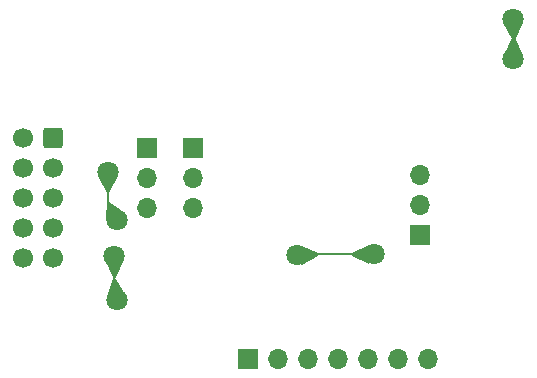
<source format=gbr>
%TF.GenerationSoftware,KiCad,Pcbnew,8.0.2*%
%TF.CreationDate,2025-07-17T16:33:10+07:00*%
%TF.ProjectId,PicoLink,5069636f-4c69-46e6-9b2e-6b696361645f,rev?*%
%TF.SameCoordinates,Original*%
%TF.FileFunction,Copper,L2,Bot*%
%TF.FilePolarity,Positive*%
%FSLAX46Y46*%
G04 Gerber Fmt 4.6, Leading zero omitted, Abs format (unit mm)*
G04 Created by KiCad (PCBNEW 8.0.2) date 2025-07-17 16:33:10*
%MOMM*%
%LPD*%
G01*
G04 APERTURE LIST*
G04 Aperture macros list*
%AMRoundRect*
0 Rectangle with rounded corners*
0 $1 Rounding radius*
0 $2 $3 $4 $5 $6 $7 $8 $9 X,Y pos of 4 corners*
0 Add a 4 corners polygon primitive as box body*
4,1,4,$2,$3,$4,$5,$6,$7,$8,$9,$2,$3,0*
0 Add four circle primitives for the rounded corners*
1,1,$1+$1,$2,$3*
1,1,$1+$1,$4,$5*
1,1,$1+$1,$6,$7*
1,1,$1+$1,$8,$9*
0 Add four rect primitives between the rounded corners*
20,1,$1+$1,$2,$3,$4,$5,0*
20,1,$1+$1,$4,$5,$6,$7,0*
20,1,$1+$1,$6,$7,$8,$9,0*
20,1,$1+$1,$8,$9,$2,$3,0*%
G04 Aperture macros list end*
%TA.AperFunction,ComponentPad*%
%ADD10R,1.700000X1.700000*%
%TD*%
%TA.AperFunction,ComponentPad*%
%ADD11O,1.700000X1.700000*%
%TD*%
%TA.AperFunction,ComponentPad*%
%ADD12RoundRect,0.250000X0.600000X0.600000X-0.600000X0.600000X-0.600000X-0.600000X0.600000X-0.600000X0*%
%TD*%
%TA.AperFunction,ComponentPad*%
%ADD13C,1.700000*%
%TD*%
%TA.AperFunction,ViaPad*%
%ADD14C,1.800000*%
%TD*%
%TA.AperFunction,Conductor*%
%ADD15C,0.200000*%
%TD*%
G04 APERTURE END LIST*
D10*
%TO.P,J8,1,Pin_1*%
%TO.N,/SIGROK_IN1*%
X148430000Y-107600000D03*
D11*
%TO.P,J8,2,Pin_2*%
%TO.N,/SIGROK_IN2*%
X150970000Y-107600000D03*
%TO.P,J8,3,Pin_3*%
%TO.N,/SIGROK_IN3*%
X153510000Y-107600000D03*
%TO.P,J8,4,Pin_4*%
%TO.N,/SIGROK_IN4*%
X156050000Y-107600000D03*
%TO.P,J8,5,Pin_5*%
%TO.N,/SIGROK_IN5*%
X158590000Y-107600000D03*
%TO.P,J8,6,Pin_6*%
%TO.N,/SIGROK_IN6*%
X161130000Y-107600000D03*
%TO.P,J8,7,Pin_7*%
%TO.N,/SIGROK_IN7*%
X163670000Y-107600000D03*
%TD*%
D10*
%TO.P,J4,1,Pin_1*%
%TO.N,Net-(J4-Pin_1)*%
X139850000Y-89775000D03*
D11*
%TO.P,J4,2,Pin_2*%
%TO.N,GND*%
X139850000Y-92315000D03*
%TO.P,J4,3,Pin_3*%
%TO.N,Net-(J4-Pin_3)*%
X139850000Y-94855000D03*
%TD*%
D12*
%TO.P,J3,1,VTref*%
%TO.N,+3.3V*%
X131900000Y-88920000D03*
D13*
%TO.P,J3,2,SWDIO/TMS*%
%TO.N,Net-(J3-SWDIO{slash}TMS)*%
X129360000Y-88920000D03*
%TO.P,J3,3,GND*%
%TO.N,GND*%
X131900000Y-91460000D03*
%TO.P,J3,4,SWCLK/TCK*%
%TO.N,Net-(J3-SWCLK{slash}TCK)*%
X129360000Y-91460000D03*
%TO.P,J3,5,GND*%
%TO.N,GND*%
X131900000Y-94000000D03*
%TO.P,J3,6,SWO/TDO*%
%TO.N,unconnected-(J3-SWO{slash}TDO-Pad6)*%
X129360000Y-94000000D03*
%TO.P,J3,7,KEY*%
%TO.N,unconnected-(J3-KEY-Pad7)*%
X131900000Y-96540000D03*
%TO.P,J3,8,NC/TDI*%
%TO.N,unconnected-(J3-NC{slash}TDI-Pad8)*%
X129360000Y-96540000D03*
%TO.P,J3,9,GNDDetect*%
%TO.N,GND*%
X131900000Y-99080000D03*
%TO.P,J3,10,~{RESET}*%
%TO.N,Net-(J3-~{RESET})*%
X129360000Y-99080000D03*
%TD*%
D10*
%TO.P,J7,1,Pin_1*%
%TO.N,Net-(J7-Pin_1)*%
X143800000Y-89760000D03*
D11*
%TO.P,J7,2,Pin_2*%
%TO.N,GND*%
X143800000Y-92300000D03*
%TO.P,J7,3,Pin_3*%
%TO.N,Net-(J7-Pin_3)*%
X143800000Y-94840000D03*
%TD*%
D10*
%TO.P,J9,1,Pin_1*%
%TO.N,/SIGROK_ADC0*%
X163000001Y-97140003D03*
D11*
%TO.P,J9,2,Pin_2*%
%TO.N,/SIGROK_ADC1*%
X163000000Y-94600000D03*
%TO.P,J9,3,Pin_3*%
%TO.N,/SIGROK_ADC2*%
X163000001Y-92060003D03*
%TD*%
D14*
%TO.N,+3.3V*%
X170900000Y-82200000D03*
X170850000Y-78837500D03*
%TO.N,TGT_SWCLK*%
X136550000Y-91750000D03*
X137300000Y-95800000D03*
%TO.N,TGT_SWDIO*%
X137109099Y-98909099D03*
X137301471Y-102600000D03*
%TO.N,/SIGROK_IN7*%
X152600000Y-98825000D03*
X159050000Y-98750000D03*
%TD*%
D15*
%TO.N,+3.3V*%
X170850000Y-78837500D02*
X170900000Y-78887500D01*
X170900000Y-78887500D02*
X170900000Y-82200000D01*
%TO.N,TGT_SWCLK*%
X136550000Y-91750000D02*
X136550000Y-95050000D01*
X136550000Y-95050000D02*
X137300000Y-95800000D01*
%TO.N,TGT_SWDIO*%
X137109099Y-102407628D02*
X137109099Y-98909099D01*
X137301471Y-102600000D02*
X137109099Y-102407628D01*
%TO.N,/SIGROK_IN7*%
X152600000Y-98825000D02*
X152675000Y-98750000D01*
X152675000Y-98750000D02*
X159050000Y-98750000D01*
%TD*%
%TA.AperFunction,Conductor*%
%TO.N,TGT_SWDIO*%
G36*
X137629092Y-99124112D02*
G01*
X137928978Y-99248690D01*
X137935304Y-99255029D01*
X137935295Y-99263983D01*
X137934944Y-99264749D01*
X137212338Y-100702653D01*
X137205561Y-100708506D01*
X137201884Y-100709099D01*
X137016314Y-100709099D01*
X137008041Y-100705672D01*
X137005860Y-100702653D01*
X136283253Y-99264749D01*
X136282600Y-99255818D01*
X136288453Y-99249041D01*
X136289219Y-99248690D01*
X137104611Y-98909962D01*
X137113564Y-98909954D01*
X137629092Y-99124112D01*
G37*
%TD.AperFunction*%
%TD*%
%TA.AperFunction,Conductor*%
%TO.N,+3.3V*%
G36*
X171001058Y-80403427D02*
G01*
X171003239Y-80406446D01*
X171725845Y-81844349D01*
X171726498Y-81853280D01*
X171720645Y-81860057D01*
X171719879Y-81860408D01*
X170904488Y-82199135D01*
X170895534Y-82199144D01*
X170895512Y-82199135D01*
X170080120Y-81860408D01*
X170073794Y-81854069D01*
X170073803Y-81845115D01*
X170074148Y-81844361D01*
X170796761Y-80406446D01*
X170803538Y-80400593D01*
X170807215Y-80400000D01*
X170992785Y-80400000D01*
X171001058Y-80403427D01*
G37*
%TD.AperFunction*%
%TD*%
%TA.AperFunction,Conductor*%
%TO.N,TGT_SWCLK*%
G36*
X136652936Y-94312602D02*
G01*
X137636372Y-94963187D01*
X137641382Y-94970610D01*
X137640728Y-94977418D01*
X137302993Y-95793764D01*
X137296664Y-95800098D01*
X137292169Y-95800991D01*
X136412085Y-95800013D01*
X136403816Y-95796577D01*
X136400398Y-95788300D01*
X136400404Y-95787956D01*
X136449620Y-94321966D01*
X136453322Y-94313814D01*
X136461313Y-94310660D01*
X136646481Y-94310660D01*
X136652936Y-94312602D01*
G37*
%TD.AperFunction*%
%TD*%
%TA.AperFunction,Conductor*%
%TO.N,/SIGROK_IN7*%
G36*
X158710057Y-97929354D02*
G01*
X158710408Y-97930120D01*
X159049135Y-98745512D01*
X159049144Y-98754466D01*
X159049135Y-98754488D01*
X158710408Y-99569879D01*
X158704069Y-99576205D01*
X158695115Y-99576196D01*
X158694349Y-99575845D01*
X157256446Y-98853239D01*
X157250593Y-98846462D01*
X157250000Y-98842785D01*
X157250000Y-98657214D01*
X157253427Y-98648941D01*
X157256443Y-98646762D01*
X158694350Y-97924153D01*
X158703280Y-97923501D01*
X158710057Y-97929354D01*
G37*
%TD.AperFunction*%
%TD*%
%TA.AperFunction,Conductor*%
%TO.N,TGT_SWCLK*%
G36*
X137069993Y-91965013D02*
G01*
X137369879Y-92089591D01*
X137376205Y-92095930D01*
X137376196Y-92104884D01*
X137375845Y-92105650D01*
X136653239Y-93543554D01*
X136646462Y-93549407D01*
X136642785Y-93550000D01*
X136457215Y-93550000D01*
X136448942Y-93546573D01*
X136446761Y-93543554D01*
X135724154Y-92105650D01*
X135723501Y-92096719D01*
X135729354Y-92089942D01*
X135730120Y-92089591D01*
X136545512Y-91750863D01*
X136554465Y-91750855D01*
X137069993Y-91965013D01*
G37*
%TD.AperFunction*%
%TD*%
%TA.AperFunction,Conductor*%
%TO.N,/SIGROK_IN7*%
G36*
X152955064Y-97998368D02*
G01*
X152955406Y-97998516D01*
X154378234Y-98646879D01*
X154384341Y-98653428D01*
X154385082Y-98657526D01*
X154385082Y-98843141D01*
X154381655Y-98851414D01*
X154379097Y-98853350D01*
X152955889Y-99650068D01*
X152946996Y-99651119D01*
X152939965Y-99645574D01*
X152939374Y-99644358D01*
X152600863Y-98829487D01*
X152600855Y-98820534D01*
X152600864Y-98820512D01*
X152668571Y-98657526D01*
X152939772Y-98004683D01*
X152946110Y-97998359D01*
X152955064Y-97998368D01*
G37*
%TD.AperFunction*%
%TD*%
%TA.AperFunction,Conductor*%
%TO.N,TGT_SWDIO*%
G36*
X137211032Y-100841692D02*
G01*
X137212561Y-100843576D01*
X138125275Y-102243791D01*
X138126921Y-102252593D01*
X138121862Y-102259982D01*
X138119961Y-102260985D01*
X137305959Y-102599135D01*
X137297005Y-102599144D01*
X137296983Y-102599135D01*
X136482978Y-102260985D01*
X136480461Y-102259939D01*
X136474136Y-102253601D01*
X136474014Y-102244977D01*
X137006231Y-100845805D01*
X137012376Y-100839291D01*
X137017167Y-100838265D01*
X137202759Y-100838265D01*
X137211032Y-100841692D01*
G37*
%TD.AperFunction*%
%TD*%
%TA.AperFunction,Conductor*%
%TO.N,+3.3V*%
G36*
X171421346Y-79073846D02*
G01*
X171670168Y-79177211D01*
X171676494Y-79183550D01*
X171676485Y-79192504D01*
X171676263Y-79193005D01*
X171003164Y-80620843D01*
X170996537Y-80626865D01*
X170992581Y-80627554D01*
X170806975Y-80627554D01*
X170798702Y-80624127D01*
X170796683Y-80621418D01*
X170754168Y-80542773D01*
X170024668Y-79193311D01*
X170023749Y-79184405D01*
X170029397Y-79177457D01*
X170030464Y-79176948D01*
X170845512Y-78838363D01*
X170854465Y-78838355D01*
X171421346Y-79073846D01*
G37*
%TD.AperFunction*%
%TD*%
M02*

</source>
